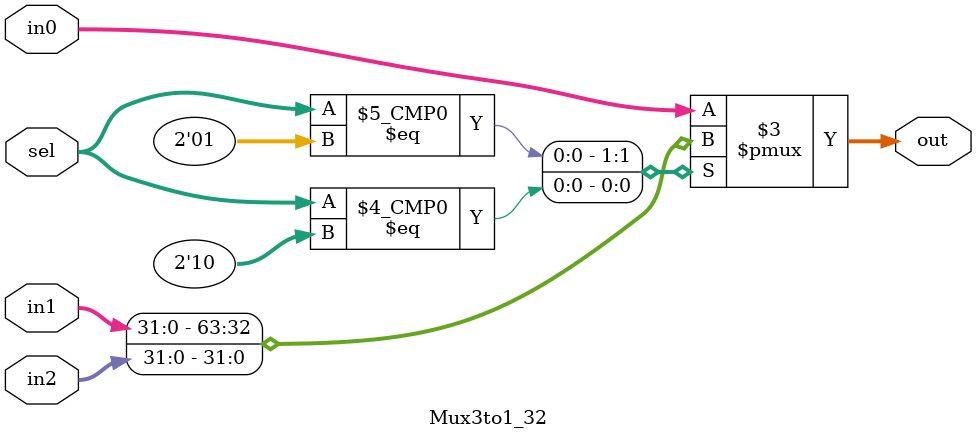
<source format=v>
	module Mux3to1_32(in0,in1,in2,sel,out);
	input[31:0]      in0,in1,in2;
	input[1:0]       sel;
	output reg[31:0] out;
	
	always@(in0,in1,in2,sel)
	  case(sel)
	    0:out<=in0;
	    1:out<=in1;
	    2:out<=in2;
	    default:out<=in0;
	  endcase
	 endmodule
</source>
